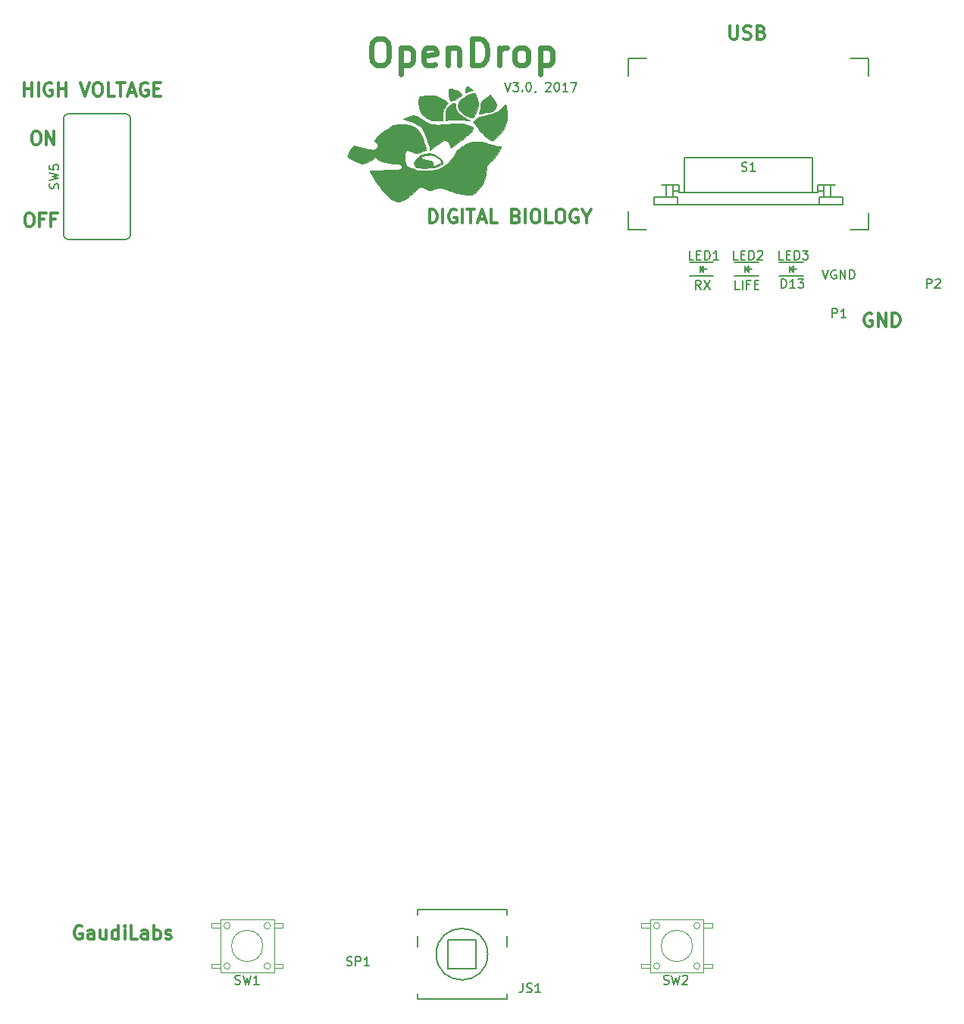
<source format=gbr>
%TF.GenerationSoftware,KiCad,Pcbnew,no-vcs-found-9b4eddb~60~ubuntu16.04.1*%
%TF.CreationDate,2017-11-10T14:06:11+01:00*%
%TF.ProjectId,OpenDropV3,4F70656E44726F7056332E6B69636164,rev?*%
%TF.SameCoordinates,Original*%
%TF.FileFunction,Legend,Top*%
%TF.FilePolarity,Positive*%
%FSLAX46Y46*%
G04 Gerber Fmt 4.6, Leading zero omitted, Abs format (unit mm)*
G04 Created by KiCad (PCBNEW no-vcs-found-9b4eddb~60~ubuntu16.04.1) date Fri Nov 10 14:06:11 2017*
%MOMM*%
%LPD*%
G01*
G04 APERTURE LIST*
%ADD10C,0.200000*%
%ADD11C,0.300000*%
%ADD12C,0.600000*%
%ADD13C,0.010000*%
%ADD14C,0.150000*%
%ADD15C,0.050000*%
G04 APERTURE END LIST*
D10*
X140255857Y-60498380D02*
X140589190Y-61498380D01*
X140922523Y-60498380D01*
X141779666Y-60546000D02*
X141684428Y-60498380D01*
X141541571Y-60498380D01*
X141398714Y-60546000D01*
X141303476Y-60641238D01*
X141255857Y-60736476D01*
X141208238Y-60926952D01*
X141208238Y-61069809D01*
X141255857Y-61260285D01*
X141303476Y-61355523D01*
X141398714Y-61450761D01*
X141541571Y-61498380D01*
X141636809Y-61498380D01*
X141779666Y-61450761D01*
X141827285Y-61403142D01*
X141827285Y-61069809D01*
X141636809Y-61069809D01*
X142255857Y-61498380D02*
X142255857Y-60498380D01*
X142827285Y-61498380D01*
X142827285Y-60498380D01*
X143303476Y-61498380D02*
X143303476Y-60498380D01*
X143541571Y-60498380D01*
X143684428Y-60546000D01*
X143779666Y-60641238D01*
X143827285Y-60736476D01*
X143874904Y-60926952D01*
X143874904Y-61069809D01*
X143827285Y-61260285D01*
X143779666Y-61355523D01*
X143684428Y-61450761D01*
X143541571Y-61498380D01*
X143303476Y-61498380D01*
X135691714Y-62514380D02*
X135691714Y-61514380D01*
X135929809Y-61514380D01*
X136072666Y-61562000D01*
X136167904Y-61657238D01*
X136215523Y-61752476D01*
X136263142Y-61942952D01*
X136263142Y-62085809D01*
X136215523Y-62276285D01*
X136167904Y-62371523D01*
X136072666Y-62466761D01*
X135929809Y-62514380D01*
X135691714Y-62514380D01*
X137215523Y-62514380D02*
X136644095Y-62514380D01*
X136929809Y-62514380D02*
X136929809Y-61514380D01*
X136834571Y-61657238D01*
X136739333Y-61752476D01*
X136644095Y-61800095D01*
X137548857Y-61514380D02*
X138167904Y-61514380D01*
X137834571Y-61895333D01*
X137977428Y-61895333D01*
X138072666Y-61942952D01*
X138120285Y-61990571D01*
X138167904Y-62085809D01*
X138167904Y-62323904D01*
X138120285Y-62419142D01*
X138072666Y-62466761D01*
X137977428Y-62514380D01*
X137691714Y-62514380D01*
X137596476Y-62466761D01*
X137548857Y-62419142D01*
X131016476Y-62641380D02*
X130540285Y-62641380D01*
X130540285Y-61641380D01*
X131349809Y-62641380D02*
X131349809Y-61641380D01*
X132159333Y-62117571D02*
X131826000Y-62117571D01*
X131826000Y-62641380D02*
X131826000Y-61641380D01*
X132302190Y-61641380D01*
X132683142Y-62117571D02*
X133016476Y-62117571D01*
X133159333Y-62641380D02*
X132683142Y-62641380D01*
X132683142Y-61641380D01*
X133159333Y-61641380D01*
D11*
X129933142Y-33214571D02*
X129933142Y-34428857D01*
X130004571Y-34571714D01*
X130076000Y-34643142D01*
X130218857Y-34714571D01*
X130504571Y-34714571D01*
X130647428Y-34643142D01*
X130718857Y-34571714D01*
X130790285Y-34428857D01*
X130790285Y-33214571D01*
X131433142Y-34643142D02*
X131647428Y-34714571D01*
X132004571Y-34714571D01*
X132147428Y-34643142D01*
X132218857Y-34571714D01*
X132290285Y-34428857D01*
X132290285Y-34286000D01*
X132218857Y-34143142D01*
X132147428Y-34071714D01*
X132004571Y-34000285D01*
X131718857Y-33928857D01*
X131576000Y-33857428D01*
X131504571Y-33786000D01*
X131433142Y-33643142D01*
X131433142Y-33500285D01*
X131504571Y-33357428D01*
X131576000Y-33286000D01*
X131718857Y-33214571D01*
X132076000Y-33214571D01*
X132290285Y-33286000D01*
X133433142Y-33928857D02*
X133647428Y-34000285D01*
X133718857Y-34071714D01*
X133790285Y-34214571D01*
X133790285Y-34428857D01*
X133718857Y-34571714D01*
X133647428Y-34643142D01*
X133504571Y-34714571D01*
X132933142Y-34714571D01*
X132933142Y-33214571D01*
X133433142Y-33214571D01*
X133576000Y-33286000D01*
X133647428Y-33357428D01*
X133718857Y-33500285D01*
X133718857Y-33643142D01*
X133647428Y-33786000D01*
X133576000Y-33857428D01*
X133433142Y-33928857D01*
X132933142Y-33928857D01*
X57531571Y-133829000D02*
X57388714Y-133757571D01*
X57174428Y-133757571D01*
X56960142Y-133829000D01*
X56817285Y-133971857D01*
X56745857Y-134114714D01*
X56674428Y-134400428D01*
X56674428Y-134614714D01*
X56745857Y-134900428D01*
X56817285Y-135043285D01*
X56960142Y-135186142D01*
X57174428Y-135257571D01*
X57317285Y-135257571D01*
X57531571Y-135186142D01*
X57603000Y-135114714D01*
X57603000Y-134614714D01*
X57317285Y-134614714D01*
X58888714Y-135257571D02*
X58888714Y-134471857D01*
X58817285Y-134329000D01*
X58674428Y-134257571D01*
X58388714Y-134257571D01*
X58245857Y-134329000D01*
X58888714Y-135186142D02*
X58745857Y-135257571D01*
X58388714Y-135257571D01*
X58245857Y-135186142D01*
X58174428Y-135043285D01*
X58174428Y-134900428D01*
X58245857Y-134757571D01*
X58388714Y-134686142D01*
X58745857Y-134686142D01*
X58888714Y-134614714D01*
X60245857Y-134257571D02*
X60245857Y-135257571D01*
X59603000Y-134257571D02*
X59603000Y-135043285D01*
X59674428Y-135186142D01*
X59817285Y-135257571D01*
X60031571Y-135257571D01*
X60174428Y-135186142D01*
X60245857Y-135114714D01*
X61603000Y-135257571D02*
X61603000Y-133757571D01*
X61603000Y-135186142D02*
X61460142Y-135257571D01*
X61174428Y-135257571D01*
X61031571Y-135186142D01*
X60960142Y-135114714D01*
X60888714Y-134971857D01*
X60888714Y-134543285D01*
X60960142Y-134400428D01*
X61031571Y-134329000D01*
X61174428Y-134257571D01*
X61460142Y-134257571D01*
X61603000Y-134329000D01*
X62317285Y-135257571D02*
X62317285Y-134257571D01*
X62317285Y-133757571D02*
X62245857Y-133829000D01*
X62317285Y-133900428D01*
X62388714Y-133829000D01*
X62317285Y-133757571D01*
X62317285Y-133900428D01*
X63745857Y-135257571D02*
X63031571Y-135257571D01*
X63031571Y-133757571D01*
X64888714Y-135257571D02*
X64888714Y-134471857D01*
X64817285Y-134329000D01*
X64674428Y-134257571D01*
X64388714Y-134257571D01*
X64245857Y-134329000D01*
X64888714Y-135186142D02*
X64745857Y-135257571D01*
X64388714Y-135257571D01*
X64245857Y-135186142D01*
X64174428Y-135043285D01*
X64174428Y-134900428D01*
X64245857Y-134757571D01*
X64388714Y-134686142D01*
X64745857Y-134686142D01*
X64888714Y-134614714D01*
X65603000Y-135257571D02*
X65603000Y-133757571D01*
X65603000Y-134329000D02*
X65745857Y-134257571D01*
X66031571Y-134257571D01*
X66174428Y-134329000D01*
X66245857Y-134400428D01*
X66317285Y-134543285D01*
X66317285Y-134971857D01*
X66245857Y-135114714D01*
X66174428Y-135186142D01*
X66031571Y-135257571D01*
X65745857Y-135257571D01*
X65603000Y-135186142D01*
X66888714Y-135186142D02*
X67031571Y-135257571D01*
X67317285Y-135257571D01*
X67460142Y-135186142D01*
X67531571Y-135043285D01*
X67531571Y-134971857D01*
X67460142Y-134829000D01*
X67317285Y-134757571D01*
X67103000Y-134757571D01*
X66960142Y-134686142D01*
X66888714Y-134543285D01*
X66888714Y-134471857D01*
X66960142Y-134329000D01*
X67103000Y-134257571D01*
X67317285Y-134257571D01*
X67460142Y-134329000D01*
D10*
X104791380Y-39543380D02*
X105124714Y-40543380D01*
X105458047Y-39543380D01*
X105696142Y-39543380D02*
X106315190Y-39543380D01*
X105981857Y-39924333D01*
X106124714Y-39924333D01*
X106219952Y-39971952D01*
X106267571Y-40019571D01*
X106315190Y-40114809D01*
X106315190Y-40352904D01*
X106267571Y-40448142D01*
X106219952Y-40495761D01*
X106124714Y-40543380D01*
X105839000Y-40543380D01*
X105743761Y-40495761D01*
X105696142Y-40448142D01*
X106743761Y-40448142D02*
X106791380Y-40495761D01*
X106743761Y-40543380D01*
X106696142Y-40495761D01*
X106743761Y-40448142D01*
X106743761Y-40543380D01*
X107410428Y-39543380D02*
X107505666Y-39543380D01*
X107600904Y-39591000D01*
X107648523Y-39638619D01*
X107696142Y-39733857D01*
X107743761Y-39924333D01*
X107743761Y-40162428D01*
X107696142Y-40352904D01*
X107648523Y-40448142D01*
X107600904Y-40495761D01*
X107505666Y-40543380D01*
X107410428Y-40543380D01*
X107315190Y-40495761D01*
X107267571Y-40448142D01*
X107219952Y-40352904D01*
X107172333Y-40162428D01*
X107172333Y-39924333D01*
X107219952Y-39733857D01*
X107267571Y-39638619D01*
X107315190Y-39591000D01*
X107410428Y-39543380D01*
X108219952Y-40495761D02*
X108219952Y-40543380D01*
X108172333Y-40638619D01*
X108124714Y-40686238D01*
X109362809Y-39638619D02*
X109410428Y-39591000D01*
X109505666Y-39543380D01*
X109743761Y-39543380D01*
X109839000Y-39591000D01*
X109886619Y-39638619D01*
X109934238Y-39733857D01*
X109934238Y-39829095D01*
X109886619Y-39971952D01*
X109315190Y-40543380D01*
X109934238Y-40543380D01*
X110553285Y-39543380D02*
X110648523Y-39543380D01*
X110743761Y-39591000D01*
X110791380Y-39638619D01*
X110839000Y-39733857D01*
X110886619Y-39924333D01*
X110886619Y-40162428D01*
X110839000Y-40352904D01*
X110791380Y-40448142D01*
X110743761Y-40495761D01*
X110648523Y-40543380D01*
X110553285Y-40543380D01*
X110458047Y-40495761D01*
X110410428Y-40448142D01*
X110362809Y-40352904D01*
X110315190Y-40162428D01*
X110315190Y-39924333D01*
X110362809Y-39733857D01*
X110410428Y-39638619D01*
X110458047Y-39591000D01*
X110553285Y-39543380D01*
X111839000Y-40543380D02*
X111267571Y-40543380D01*
X111553285Y-40543380D02*
X111553285Y-39543380D01*
X111458047Y-39686238D01*
X111362809Y-39781476D01*
X111267571Y-39829095D01*
X112172333Y-39543380D02*
X112839000Y-39543380D01*
X112410428Y-40543380D01*
D11*
X145796142Y-65376000D02*
X145653285Y-65304571D01*
X145439000Y-65304571D01*
X145224714Y-65376000D01*
X145081857Y-65518857D01*
X145010428Y-65661714D01*
X144939000Y-65947428D01*
X144939000Y-66161714D01*
X145010428Y-66447428D01*
X145081857Y-66590285D01*
X145224714Y-66733142D01*
X145439000Y-66804571D01*
X145581857Y-66804571D01*
X145796142Y-66733142D01*
X145867571Y-66661714D01*
X145867571Y-66161714D01*
X145581857Y-66161714D01*
X146510428Y-66804571D02*
X146510428Y-65304571D01*
X147367571Y-66804571D01*
X147367571Y-65304571D01*
X148081857Y-66804571D02*
X148081857Y-65304571D01*
X148439000Y-65304571D01*
X148653285Y-65376000D01*
X148796142Y-65518857D01*
X148867571Y-65661714D01*
X148939000Y-65947428D01*
X148939000Y-66161714D01*
X148867571Y-66447428D01*
X148796142Y-66590285D01*
X148653285Y-66733142D01*
X148439000Y-66804571D01*
X148081857Y-66804571D01*
D10*
X126706333Y-62641380D02*
X126373000Y-62165190D01*
X126134904Y-62641380D02*
X126134904Y-61641380D01*
X126515857Y-61641380D01*
X126611095Y-61689000D01*
X126658714Y-61736619D01*
X126706333Y-61831857D01*
X126706333Y-61974714D01*
X126658714Y-62069952D01*
X126611095Y-62117571D01*
X126515857Y-62165190D01*
X126134904Y-62165190D01*
X127039666Y-61641380D02*
X127706333Y-62641380D01*
X127706333Y-61641380D02*
X127039666Y-62641380D01*
D11*
X51530428Y-54128571D02*
X51816142Y-54128571D01*
X51959000Y-54200000D01*
X52101857Y-54342857D01*
X52173285Y-54628571D01*
X52173285Y-55128571D01*
X52101857Y-55414285D01*
X51959000Y-55557142D01*
X51816142Y-55628571D01*
X51530428Y-55628571D01*
X51387571Y-55557142D01*
X51244714Y-55414285D01*
X51173285Y-55128571D01*
X51173285Y-54628571D01*
X51244714Y-54342857D01*
X51387571Y-54200000D01*
X51530428Y-54128571D01*
X53316142Y-54842857D02*
X52816142Y-54842857D01*
X52816142Y-55628571D02*
X52816142Y-54128571D01*
X53530428Y-54128571D01*
X54601857Y-54842857D02*
X54101857Y-54842857D01*
X54101857Y-55628571D02*
X54101857Y-54128571D01*
X54816142Y-54128571D01*
X52284428Y-44984571D02*
X52570142Y-44984571D01*
X52713000Y-45056000D01*
X52855857Y-45198857D01*
X52927285Y-45484571D01*
X52927285Y-45984571D01*
X52855857Y-46270285D01*
X52713000Y-46413142D01*
X52570142Y-46484571D01*
X52284428Y-46484571D01*
X52141571Y-46413142D01*
X51998714Y-46270285D01*
X51927285Y-45984571D01*
X51927285Y-45484571D01*
X51998714Y-45198857D01*
X52141571Y-45056000D01*
X52284428Y-44984571D01*
X53570142Y-46484571D02*
X53570142Y-44984571D01*
X54427285Y-46484571D01*
X54427285Y-44984571D01*
X51102571Y-41064571D02*
X51102571Y-39564571D01*
X51102571Y-40278857D02*
X51959714Y-40278857D01*
X51959714Y-41064571D02*
X51959714Y-39564571D01*
X52674000Y-41064571D02*
X52674000Y-39564571D01*
X54174000Y-39636000D02*
X54031142Y-39564571D01*
X53816857Y-39564571D01*
X53602571Y-39636000D01*
X53459714Y-39778857D01*
X53388285Y-39921714D01*
X53316857Y-40207428D01*
X53316857Y-40421714D01*
X53388285Y-40707428D01*
X53459714Y-40850285D01*
X53602571Y-40993142D01*
X53816857Y-41064571D01*
X53959714Y-41064571D01*
X54174000Y-40993142D01*
X54245428Y-40921714D01*
X54245428Y-40421714D01*
X53959714Y-40421714D01*
X54888285Y-41064571D02*
X54888285Y-39564571D01*
X54888285Y-40278857D02*
X55745428Y-40278857D01*
X55745428Y-41064571D02*
X55745428Y-39564571D01*
X57388285Y-39564571D02*
X57888285Y-41064571D01*
X58388285Y-39564571D01*
X59174000Y-39564571D02*
X59459714Y-39564571D01*
X59602571Y-39636000D01*
X59745428Y-39778857D01*
X59816857Y-40064571D01*
X59816857Y-40564571D01*
X59745428Y-40850285D01*
X59602571Y-40993142D01*
X59459714Y-41064571D01*
X59174000Y-41064571D01*
X59031142Y-40993142D01*
X58888285Y-40850285D01*
X58816857Y-40564571D01*
X58816857Y-40064571D01*
X58888285Y-39778857D01*
X59031142Y-39636000D01*
X59174000Y-39564571D01*
X61174000Y-41064571D02*
X60459714Y-41064571D01*
X60459714Y-39564571D01*
X61459714Y-39564571D02*
X62316857Y-39564571D01*
X61888285Y-41064571D02*
X61888285Y-39564571D01*
X62745428Y-40636000D02*
X63459714Y-40636000D01*
X62602571Y-41064571D02*
X63102571Y-39564571D01*
X63602571Y-41064571D01*
X64888285Y-39636000D02*
X64745428Y-39564571D01*
X64531142Y-39564571D01*
X64316857Y-39636000D01*
X64174000Y-39778857D01*
X64102571Y-39921714D01*
X64031142Y-40207428D01*
X64031142Y-40421714D01*
X64102571Y-40707428D01*
X64174000Y-40850285D01*
X64316857Y-40993142D01*
X64531142Y-41064571D01*
X64674000Y-41064571D01*
X64888285Y-40993142D01*
X64959714Y-40921714D01*
X64959714Y-40421714D01*
X64674000Y-40421714D01*
X65602571Y-40278857D02*
X66102571Y-40278857D01*
X66316857Y-41064571D02*
X65602571Y-41064571D01*
X65602571Y-39564571D01*
X66316857Y-39564571D01*
D12*
X90571428Y-34638142D02*
X91142857Y-34638142D01*
X91428571Y-34781000D01*
X91714285Y-35066714D01*
X91857142Y-35638142D01*
X91857142Y-36638142D01*
X91714285Y-37209571D01*
X91428571Y-37495285D01*
X91142857Y-37638142D01*
X90571428Y-37638142D01*
X90285714Y-37495285D01*
X90000000Y-37209571D01*
X89857142Y-36638142D01*
X89857142Y-35638142D01*
X90000000Y-35066714D01*
X90285714Y-34781000D01*
X90571428Y-34638142D01*
X93142857Y-35638142D02*
X93142857Y-38638142D01*
X93142857Y-35781000D02*
X93428571Y-35638142D01*
X94000000Y-35638142D01*
X94285714Y-35781000D01*
X94428571Y-35923857D01*
X94571428Y-36209571D01*
X94571428Y-37066714D01*
X94428571Y-37352428D01*
X94285714Y-37495285D01*
X94000000Y-37638142D01*
X93428571Y-37638142D01*
X93142857Y-37495285D01*
X97000000Y-37495285D02*
X96714285Y-37638142D01*
X96142857Y-37638142D01*
X95857142Y-37495285D01*
X95714285Y-37209571D01*
X95714285Y-36066714D01*
X95857142Y-35781000D01*
X96142857Y-35638142D01*
X96714285Y-35638142D01*
X97000000Y-35781000D01*
X97142857Y-36066714D01*
X97142857Y-36352428D01*
X95714285Y-36638142D01*
X98428571Y-35638142D02*
X98428571Y-37638142D01*
X98428571Y-35923857D02*
X98571428Y-35781000D01*
X98857142Y-35638142D01*
X99285714Y-35638142D01*
X99571428Y-35781000D01*
X99714285Y-36066714D01*
X99714285Y-37638142D01*
X101142857Y-37638142D02*
X101142857Y-34638142D01*
X101857142Y-34638142D01*
X102285714Y-34781000D01*
X102571428Y-35066714D01*
X102714285Y-35352428D01*
X102857142Y-35923857D01*
X102857142Y-36352428D01*
X102714285Y-36923857D01*
X102571428Y-37209571D01*
X102285714Y-37495285D01*
X101857142Y-37638142D01*
X101142857Y-37638142D01*
X104142857Y-37638142D02*
X104142857Y-35638142D01*
X104142857Y-36209571D02*
X104285714Y-35923857D01*
X104428571Y-35781000D01*
X104714285Y-35638142D01*
X105000000Y-35638142D01*
X106428571Y-37638142D02*
X106142857Y-37495285D01*
X106000000Y-37352428D01*
X105857142Y-37066714D01*
X105857142Y-36209571D01*
X106000000Y-35923857D01*
X106142857Y-35781000D01*
X106428571Y-35638142D01*
X106857142Y-35638142D01*
X107142857Y-35781000D01*
X107285714Y-35923857D01*
X107428571Y-36209571D01*
X107428571Y-37066714D01*
X107285714Y-37352428D01*
X107142857Y-37495285D01*
X106857142Y-37638142D01*
X106428571Y-37638142D01*
X108714285Y-35638142D02*
X108714285Y-38638142D01*
X108714285Y-35781000D02*
X109000000Y-35638142D01*
X109571428Y-35638142D01*
X109857142Y-35781000D01*
X110000000Y-35923857D01*
X110142857Y-36209571D01*
X110142857Y-37066714D01*
X110000000Y-37352428D01*
X109857142Y-37495285D01*
X109571428Y-37638142D01*
X109000000Y-37638142D01*
X108714285Y-37495285D01*
D11*
X96354428Y-55247571D02*
X96354428Y-53747571D01*
X96711571Y-53747571D01*
X96925857Y-53819000D01*
X97068714Y-53961857D01*
X97140142Y-54104714D01*
X97211571Y-54390428D01*
X97211571Y-54604714D01*
X97140142Y-54890428D01*
X97068714Y-55033285D01*
X96925857Y-55176142D01*
X96711571Y-55247571D01*
X96354428Y-55247571D01*
X97854428Y-55247571D02*
X97854428Y-53747571D01*
X99354428Y-53819000D02*
X99211571Y-53747571D01*
X98997285Y-53747571D01*
X98783000Y-53819000D01*
X98640142Y-53961857D01*
X98568714Y-54104714D01*
X98497285Y-54390428D01*
X98497285Y-54604714D01*
X98568714Y-54890428D01*
X98640142Y-55033285D01*
X98783000Y-55176142D01*
X98997285Y-55247571D01*
X99140142Y-55247571D01*
X99354428Y-55176142D01*
X99425857Y-55104714D01*
X99425857Y-54604714D01*
X99140142Y-54604714D01*
X100068714Y-55247571D02*
X100068714Y-53747571D01*
X100568714Y-53747571D02*
X101425857Y-53747571D01*
X100997285Y-55247571D02*
X100997285Y-53747571D01*
X101854428Y-54819000D02*
X102568714Y-54819000D01*
X101711571Y-55247571D02*
X102211571Y-53747571D01*
X102711571Y-55247571D01*
X103925857Y-55247571D02*
X103211571Y-55247571D01*
X103211571Y-53747571D01*
X106068714Y-54461857D02*
X106283000Y-54533285D01*
X106354428Y-54604714D01*
X106425857Y-54747571D01*
X106425857Y-54961857D01*
X106354428Y-55104714D01*
X106283000Y-55176142D01*
X106140142Y-55247571D01*
X105568714Y-55247571D01*
X105568714Y-53747571D01*
X106068714Y-53747571D01*
X106211571Y-53819000D01*
X106283000Y-53890428D01*
X106354428Y-54033285D01*
X106354428Y-54176142D01*
X106283000Y-54319000D01*
X106211571Y-54390428D01*
X106068714Y-54461857D01*
X105568714Y-54461857D01*
X107068714Y-55247571D02*
X107068714Y-53747571D01*
X108068714Y-53747571D02*
X108354428Y-53747571D01*
X108497285Y-53819000D01*
X108640142Y-53961857D01*
X108711571Y-54247571D01*
X108711571Y-54747571D01*
X108640142Y-55033285D01*
X108497285Y-55176142D01*
X108354428Y-55247571D01*
X108068714Y-55247571D01*
X107925857Y-55176142D01*
X107783000Y-55033285D01*
X107711571Y-54747571D01*
X107711571Y-54247571D01*
X107783000Y-53961857D01*
X107925857Y-53819000D01*
X108068714Y-53747571D01*
X110068714Y-55247571D02*
X109354428Y-55247571D01*
X109354428Y-53747571D01*
X110854428Y-53747571D02*
X111140142Y-53747571D01*
X111283000Y-53819000D01*
X111425857Y-53961857D01*
X111497285Y-54247571D01*
X111497285Y-54747571D01*
X111425857Y-55033285D01*
X111283000Y-55176142D01*
X111140142Y-55247571D01*
X110854428Y-55247571D01*
X110711571Y-55176142D01*
X110568714Y-55033285D01*
X110497285Y-54747571D01*
X110497285Y-54247571D01*
X110568714Y-53961857D01*
X110711571Y-53819000D01*
X110854428Y-53747571D01*
X112925857Y-53819000D02*
X112783000Y-53747571D01*
X112568714Y-53747571D01*
X112354428Y-53819000D01*
X112211571Y-53961857D01*
X112140142Y-54104714D01*
X112068714Y-54390428D01*
X112068714Y-54604714D01*
X112140142Y-54890428D01*
X112211571Y-55033285D01*
X112354428Y-55176142D01*
X112568714Y-55247571D01*
X112711571Y-55247571D01*
X112925857Y-55176142D01*
X112997285Y-55104714D01*
X112997285Y-54604714D01*
X112711571Y-54604714D01*
X113925857Y-54533285D02*
X113925857Y-55247571D01*
X113425857Y-53747571D02*
X113925857Y-54533285D01*
X114425857Y-53747571D01*
D13*
%TO.C,G\002A\002A\002A*%
G36*
X100639585Y-40006138D02*
X100788163Y-40086581D01*
X100923026Y-40175785D01*
X101223906Y-40389703D01*
X100820101Y-40526101D01*
X100609382Y-40595253D01*
X100448386Y-40644331D01*
X100373148Y-40662500D01*
X100342111Y-40607636D01*
X100330936Y-40487875D01*
X100359982Y-40301548D01*
X100430541Y-40123704D01*
X100520543Y-40003893D01*
X100555448Y-39983823D01*
X100639585Y-40006138D01*
X100639585Y-40006138D01*
G37*
X100639585Y-40006138D02*
X100788163Y-40086581D01*
X100923026Y-40175785D01*
X101223906Y-40389703D01*
X100820101Y-40526101D01*
X100609382Y-40595253D01*
X100448386Y-40644331D01*
X100373148Y-40662500D01*
X100342111Y-40607636D01*
X100330936Y-40487875D01*
X100359982Y-40301548D01*
X100430541Y-40123704D01*
X100520543Y-40003893D01*
X100555448Y-39983823D01*
X100639585Y-40006138D01*
G36*
X98821389Y-40257366D02*
X99036131Y-40307818D01*
X99260880Y-40375955D01*
X99459304Y-40452887D01*
X99504500Y-40474441D01*
X99698810Y-40596271D01*
X99870018Y-40740370D01*
X99879730Y-40750544D01*
X100032710Y-40914448D01*
X99725997Y-41185349D01*
X99462143Y-41383071D01*
X99221889Y-41482459D01*
X99160266Y-41494134D01*
X98968617Y-41529388D01*
X98819104Y-41569155D01*
X98796486Y-41577862D01*
X98717479Y-41580423D01*
X98652708Y-41492440D01*
X98610167Y-41381227D01*
X98572210Y-41212582D01*
X98544851Y-40985891D01*
X98529496Y-40738375D01*
X98527552Y-40507255D01*
X98540424Y-40329751D01*
X98567248Y-40245084D01*
X98652984Y-40233491D01*
X98821389Y-40257366D01*
X98821389Y-40257366D01*
G37*
X98821389Y-40257366D02*
X99036131Y-40307818D01*
X99260880Y-40375955D01*
X99459304Y-40452887D01*
X99504500Y-40474441D01*
X99698810Y-40596271D01*
X99870018Y-40740370D01*
X99879730Y-40750544D01*
X100032710Y-40914448D01*
X99725997Y-41185349D01*
X99462143Y-41383071D01*
X99221889Y-41482459D01*
X99160266Y-41494134D01*
X98968617Y-41529388D01*
X98819104Y-41569155D01*
X98796486Y-41577862D01*
X98717479Y-41580423D01*
X98652708Y-41492440D01*
X98610167Y-41381227D01*
X98572210Y-41212582D01*
X98544851Y-40985891D01*
X98529496Y-40738375D01*
X98527552Y-40507255D01*
X98540424Y-40329751D01*
X98567248Y-40245084D01*
X98652984Y-40233491D01*
X98821389Y-40257366D01*
G36*
X103359911Y-41139358D02*
X103618027Y-41477048D01*
X103766620Y-41778423D01*
X103810975Y-42061468D01*
X103756377Y-42344168D01*
X103732252Y-42406572D01*
X103649368Y-42553144D01*
X103525896Y-42666189D01*
X103340696Y-42755686D01*
X103072627Y-42831617D01*
X102700550Y-42903965D01*
X102666567Y-42909743D01*
X102390282Y-42958674D01*
X102153353Y-43004854D01*
X101989264Y-43041549D01*
X101941168Y-43055637D01*
X101865486Y-43067627D01*
X101874335Y-42995543D01*
X101882358Y-42975399D01*
X102037641Y-42498286D01*
X102105722Y-42044920D01*
X102108000Y-41955010D01*
X102113164Y-41756238D01*
X102142521Y-41643529D01*
X102216860Y-41575990D01*
X102326415Y-41525444D01*
X102493276Y-41431479D01*
X102696902Y-41283758D01*
X102842203Y-41160076D01*
X103139576Y-40885967D01*
X103359911Y-41139358D01*
X103359911Y-41139358D01*
G37*
X103359911Y-41139358D02*
X103618027Y-41477048D01*
X103766620Y-41778423D01*
X103810975Y-42061468D01*
X103756377Y-42344168D01*
X103732252Y-42406572D01*
X103649368Y-42553144D01*
X103525896Y-42666189D01*
X103340696Y-42755686D01*
X103072627Y-42831617D01*
X102700550Y-42903965D01*
X102666567Y-42909743D01*
X102390282Y-42958674D01*
X102153353Y-43004854D01*
X101989264Y-43041549D01*
X101941168Y-43055637D01*
X101865486Y-43067627D01*
X101874335Y-42995543D01*
X101882358Y-42975399D01*
X102037641Y-42498286D01*
X102105722Y-42044920D01*
X102108000Y-41955010D01*
X102113164Y-41756238D01*
X102142521Y-41643529D01*
X102216860Y-41575990D01*
X102326415Y-41525444D01*
X102493276Y-41431479D01*
X102696902Y-41283758D01*
X102842203Y-41160076D01*
X103139576Y-40885967D01*
X103359911Y-41139358D01*
G36*
X101437067Y-40757035D02*
X101504143Y-40844775D01*
X101585322Y-41023455D01*
X101586817Y-41026930D01*
X101740238Y-41447729D01*
X101808471Y-41811992D01*
X101796969Y-42152142D01*
X101786596Y-42214698D01*
X101730431Y-42424952D01*
X101638502Y-42673579D01*
X101524820Y-42932007D01*
X101403395Y-43171666D01*
X101288238Y-43363985D01*
X101193361Y-43480394D01*
X101155500Y-43501632D01*
X101039977Y-43487227D01*
X100866701Y-43434989D01*
X100806250Y-43411800D01*
X100525236Y-43274961D01*
X100227690Y-43093706D01*
X99956072Y-42896684D01*
X99752843Y-42712545D01*
X99727767Y-42684128D01*
X99600373Y-42440970D01*
X99565647Y-42151002D01*
X99624816Y-41855547D01*
X99698685Y-41704287D01*
X99901748Y-41460444D01*
X100192519Y-41219444D01*
X100533441Y-41005039D01*
X100886953Y-40840980D01*
X101203169Y-40752916D01*
X101348580Y-40734870D01*
X101437067Y-40757035D01*
X101437067Y-40757035D01*
G37*
X101437067Y-40757035D02*
X101504143Y-40844775D01*
X101585322Y-41023455D01*
X101586817Y-41026930D01*
X101740238Y-41447729D01*
X101808471Y-41811992D01*
X101796969Y-42152142D01*
X101786596Y-42214698D01*
X101730431Y-42424952D01*
X101638502Y-42673579D01*
X101524820Y-42932007D01*
X101403395Y-43171666D01*
X101288238Y-43363985D01*
X101193361Y-43480394D01*
X101155500Y-43501632D01*
X101039977Y-43487227D01*
X100866701Y-43434989D01*
X100806250Y-43411800D01*
X100525236Y-43274961D01*
X100227690Y-43093706D01*
X99956072Y-42896684D01*
X99752843Y-42712545D01*
X99727767Y-42684128D01*
X99600373Y-42440970D01*
X99565647Y-42151002D01*
X99624816Y-41855547D01*
X99698685Y-41704287D01*
X99901748Y-41460444D01*
X100192519Y-41219444D01*
X100533441Y-41005039D01*
X100886953Y-40840980D01*
X101203169Y-40752916D01*
X101348580Y-40734870D01*
X101437067Y-40757035D01*
G36*
X99212427Y-41847023D02*
X99245272Y-41972603D01*
X99250500Y-42125529D01*
X99294907Y-42477074D01*
X99433717Y-42788999D01*
X99675316Y-43071404D01*
X100028088Y-43334388D01*
X100441125Y-43559699D01*
X100709297Y-43694580D01*
X100860230Y-43783474D01*
X100894349Y-43828190D01*
X100812077Y-43830538D01*
X100613839Y-43792325D01*
X100488750Y-43762827D01*
X100266543Y-43727883D01*
X99954865Y-43703960D01*
X99590818Y-43691685D01*
X99211506Y-43691685D01*
X98854031Y-43704590D01*
X98561613Y-43730236D01*
X98158477Y-43781723D01*
X98180613Y-43179115D01*
X98203221Y-42831614D01*
X98252515Y-42577336D01*
X98345363Y-42382884D01*
X98498632Y-42214859D01*
X98729189Y-42039867D01*
X98770121Y-42011875D01*
X98992359Y-41870801D01*
X99133959Y-41814470D01*
X99212427Y-41847023D01*
X99212427Y-41847023D01*
G37*
X99212427Y-41847023D02*
X99245272Y-41972603D01*
X99250500Y-42125529D01*
X99294907Y-42477074D01*
X99433717Y-42788999D01*
X99675316Y-43071404D01*
X100028088Y-43334388D01*
X100441125Y-43559699D01*
X100709297Y-43694580D01*
X100860230Y-43783474D01*
X100894349Y-43828190D01*
X100812077Y-43830538D01*
X100613839Y-43792325D01*
X100488750Y-43762827D01*
X100266543Y-43727883D01*
X99954865Y-43703960D01*
X99590818Y-43691685D01*
X99211506Y-43691685D01*
X98854031Y-43704590D01*
X98561613Y-43730236D01*
X98158477Y-43781723D01*
X98180613Y-43179115D01*
X98203221Y-42831614D01*
X98252515Y-42577336D01*
X98345363Y-42382884D01*
X98498632Y-42214859D01*
X98729189Y-42039867D01*
X98770121Y-42011875D01*
X98992359Y-41870801D01*
X99133959Y-41814470D01*
X99212427Y-41847023D01*
G36*
X96430152Y-40996634D02*
X96750822Y-41014199D01*
X96989213Y-41043668D01*
X97190021Y-41094484D01*
X97397941Y-41176091D01*
X97499948Y-41222665D01*
X97755634Y-41353779D01*
X98002963Y-41499471D01*
X98177397Y-41620066D01*
X98425453Y-41816531D01*
X98205112Y-42073950D01*
X97962293Y-42445561D01*
X97828083Y-42870776D01*
X97799193Y-43360376D01*
X97801084Y-43398306D01*
X97825901Y-43837500D01*
X97347575Y-43831121D01*
X97074489Y-43820227D01*
X96817163Y-43797777D01*
X96631024Y-43768616D01*
X96630138Y-43768408D01*
X96222644Y-43622313D01*
X95857214Y-43395991D01*
X95558154Y-43110232D01*
X95349768Y-42785828D01*
X95288623Y-42620846D01*
X95202410Y-42239373D01*
X95154804Y-41864662D01*
X95149609Y-41537877D01*
X95172440Y-41363167D01*
X95221326Y-41219485D01*
X95310818Y-41132361D01*
X95481055Y-41065010D01*
X95506159Y-41057312D01*
X95793030Y-41006413D01*
X96196267Y-40991160D01*
X96430152Y-40996634D01*
X96430152Y-40996634D01*
G37*
X96430152Y-40996634D02*
X96750822Y-41014199D01*
X96989213Y-41043668D01*
X97190021Y-41094484D01*
X97397941Y-41176091D01*
X97499948Y-41222665D01*
X97755634Y-41353779D01*
X98002963Y-41499471D01*
X98177397Y-41620066D01*
X98425453Y-41816531D01*
X98205112Y-42073950D01*
X97962293Y-42445561D01*
X97828083Y-42870776D01*
X97799193Y-43360376D01*
X97801084Y-43398306D01*
X97825901Y-43837500D01*
X97347575Y-43831121D01*
X97074489Y-43820227D01*
X96817163Y-43797777D01*
X96631024Y-43768616D01*
X96630138Y-43768408D01*
X96222644Y-43622313D01*
X95857214Y-43395991D01*
X95558154Y-43110232D01*
X95349768Y-42785828D01*
X95288623Y-42620846D01*
X95202410Y-42239373D01*
X95154804Y-41864662D01*
X95149609Y-41537877D01*
X95172440Y-41363167D01*
X95221326Y-41219485D01*
X95310818Y-41132361D01*
X95481055Y-41065010D01*
X95506159Y-41057312D01*
X95793030Y-41006413D01*
X96196267Y-40991160D01*
X96430152Y-40996634D01*
G36*
X104859450Y-42059278D02*
X104899488Y-42114306D01*
X104911141Y-42135164D01*
X104948631Y-42261981D01*
X104982147Y-42482923D01*
X105007419Y-42765117D01*
X105016788Y-42948500D01*
X105008754Y-43527172D01*
X104933519Y-44031179D01*
X104783843Y-44497810D01*
X104666319Y-44753716D01*
X104564072Y-44915862D01*
X104405777Y-45121150D01*
X104211760Y-45348047D01*
X104002348Y-45575019D01*
X103797868Y-45780531D01*
X103618646Y-45943049D01*
X103485010Y-46041040D01*
X103433321Y-46059949D01*
X103327496Y-46033194D01*
X103159656Y-45965526D01*
X103073295Y-45924790D01*
X102840756Y-45775138D01*
X102567510Y-45545177D01*
X102280886Y-45261841D01*
X102008208Y-44952060D01*
X101785446Y-44655558D01*
X101629767Y-44439993D01*
X101473067Y-44244936D01*
X101360198Y-44123541D01*
X101187250Y-43963052D01*
X101377750Y-43804101D01*
X101702301Y-43562198D01*
X102019961Y-43396723D01*
X102379395Y-43286395D01*
X102693065Y-43228905D01*
X103187583Y-43127267D01*
X103604363Y-42972204D01*
X103985475Y-42743173D01*
X104372989Y-42419629D01*
X104397592Y-42396546D01*
X104599678Y-42207568D01*
X104730228Y-42095382D01*
X104809924Y-42049461D01*
X104859450Y-42059278D01*
X104859450Y-42059278D01*
G37*
X104859450Y-42059278D02*
X104899488Y-42114306D01*
X104911141Y-42135164D01*
X104948631Y-42261981D01*
X104982147Y-42482923D01*
X105007419Y-42765117D01*
X105016788Y-42948500D01*
X105008754Y-43527172D01*
X104933519Y-44031179D01*
X104783843Y-44497810D01*
X104666319Y-44753716D01*
X104564072Y-44915862D01*
X104405777Y-45121150D01*
X104211760Y-45348047D01*
X104002348Y-45575019D01*
X103797868Y-45780531D01*
X103618646Y-45943049D01*
X103485010Y-46041040D01*
X103433321Y-46059949D01*
X103327496Y-46033194D01*
X103159656Y-45965526D01*
X103073295Y-45924790D01*
X102840756Y-45775138D01*
X102567510Y-45545177D01*
X102280886Y-45261841D01*
X102008208Y-44952060D01*
X101785446Y-44655558D01*
X101629767Y-44439993D01*
X101473067Y-44244936D01*
X101360198Y-44123541D01*
X101187250Y-43963052D01*
X101377750Y-43804101D01*
X101702301Y-43562198D01*
X102019961Y-43396723D01*
X102379395Y-43286395D01*
X102693065Y-43228905D01*
X103187583Y-43127267D01*
X103604363Y-42972204D01*
X103985475Y-42743173D01*
X104372989Y-42419629D01*
X104397592Y-42396546D01*
X104599678Y-42207568D01*
X104730228Y-42095382D01*
X104809924Y-42049461D01*
X104859450Y-42059278D01*
G36*
X94890765Y-43282199D02*
X95161085Y-43413690D01*
X95209067Y-43447897D01*
X95617142Y-43742860D01*
X95961254Y-43961998D01*
X96271354Y-44114983D01*
X96577389Y-44211488D01*
X96909309Y-44261185D01*
X97297062Y-44273747D01*
X97726500Y-44260928D01*
X98097474Y-44239992D01*
X98484713Y-44211824D01*
X98836858Y-44180470D01*
X99056062Y-44156161D01*
X99573687Y-44119907D01*
X100061854Y-44152889D01*
X100072062Y-44154284D01*
X100359774Y-44210903D01*
X100650847Y-44296577D01*
X100915401Y-44399250D01*
X101123559Y-44506865D01*
X101245441Y-44607367D01*
X101260532Y-44633843D01*
X101241898Y-44760160D01*
X101113444Y-44948619D01*
X100875730Y-45198556D01*
X100529319Y-45509305D01*
X100497208Y-45536535D01*
X100188068Y-45792515D01*
X99872494Y-46044633D01*
X99566505Y-46281077D01*
X99286117Y-46490038D01*
X99047349Y-46659706D01*
X98866218Y-46778270D01*
X98758743Y-46833920D01*
X98737329Y-46834132D01*
X98699261Y-46751026D01*
X98645527Y-46591402D01*
X98619941Y-46504500D01*
X98508440Y-46216581D01*
X98368323Y-46048751D01*
X98203050Y-45996500D01*
X98014185Y-46037375D01*
X97761090Y-46149133D01*
X97471883Y-46315476D01*
X97174680Y-46520104D01*
X96897599Y-46746716D01*
X96877675Y-46764820D01*
X96659021Y-46954080D01*
X96509664Y-47058759D01*
X96436473Y-47074227D01*
X96431401Y-47065638D01*
X96404207Y-46968548D01*
X96353459Y-46782559D01*
X96288360Y-46541475D01*
X96261385Y-46441000D01*
X96088642Y-45852478D01*
X95912375Y-45374008D01*
X95723531Y-44988765D01*
X95513057Y-44679922D01*
X95271902Y-44430651D01*
X95112398Y-44305305D01*
X94812988Y-44107069D01*
X94538553Y-43967235D01*
X94236510Y-43863050D01*
X93903467Y-43782219D01*
X93393799Y-43672576D01*
X93850735Y-43461961D01*
X94254777Y-43306135D01*
X94595058Y-43246281D01*
X94890765Y-43282199D01*
X94890765Y-43282199D01*
G37*
X94890765Y-43282199D02*
X95161085Y-43413690D01*
X95209067Y-43447897D01*
X95617142Y-43742860D01*
X95961254Y-43961998D01*
X96271354Y-44114983D01*
X96577389Y-44211488D01*
X96909309Y-44261185D01*
X97297062Y-44273747D01*
X97726500Y-44260928D01*
X98097474Y-44239992D01*
X98484713Y-44211824D01*
X98836858Y-44180470D01*
X99056062Y-44156161D01*
X99573687Y-44119907D01*
X100061854Y-44152889D01*
X100072062Y-44154284D01*
X100359774Y-44210903D01*
X100650847Y-44296577D01*
X100915401Y-44399250D01*
X101123559Y-44506865D01*
X101245441Y-44607367D01*
X101260532Y-44633843D01*
X101241898Y-44760160D01*
X101113444Y-44948619D01*
X100875730Y-45198556D01*
X100529319Y-45509305D01*
X100497208Y-45536535D01*
X100188068Y-45792515D01*
X99872494Y-46044633D01*
X99566505Y-46281077D01*
X99286117Y-46490038D01*
X99047349Y-46659706D01*
X98866218Y-46778270D01*
X98758743Y-46833920D01*
X98737329Y-46834132D01*
X98699261Y-46751026D01*
X98645527Y-46591402D01*
X98619941Y-46504500D01*
X98508440Y-46216581D01*
X98368323Y-46048751D01*
X98203050Y-45996500D01*
X98014185Y-46037375D01*
X97761090Y-46149133D01*
X97471883Y-46315476D01*
X97174680Y-46520104D01*
X96897599Y-46746716D01*
X96877675Y-46764820D01*
X96659021Y-46954080D01*
X96509664Y-47058759D01*
X96436473Y-47074227D01*
X96431401Y-47065638D01*
X96404207Y-46968548D01*
X96353459Y-46782559D01*
X96288360Y-46541475D01*
X96261385Y-46441000D01*
X96088642Y-45852478D01*
X95912375Y-45374008D01*
X95723531Y-44988765D01*
X95513057Y-44679922D01*
X95271902Y-44430651D01*
X95112398Y-44305305D01*
X94812988Y-44107069D01*
X94538553Y-43967235D01*
X94236510Y-43863050D01*
X93903467Y-43782219D01*
X93393799Y-43672576D01*
X93850735Y-43461961D01*
X94254777Y-43306135D01*
X94595058Y-43246281D01*
X94890765Y-43282199D01*
G36*
X96670631Y-47499539D02*
X96748867Y-47521369D01*
X97064953Y-47654124D01*
X97347006Y-47828187D01*
X97578020Y-48026235D01*
X97740990Y-48230942D01*
X97818910Y-48424983D01*
X97796194Y-48588424D01*
X97653248Y-48741140D01*
X97407662Y-48879289D01*
X97083765Y-48991024D01*
X96871448Y-49038719D01*
X96617809Y-49071089D01*
X96295584Y-49091500D01*
X95940197Y-49099995D01*
X95587074Y-49096618D01*
X95271640Y-49081415D01*
X95029321Y-49054429D01*
X94945865Y-49036307D01*
X94755570Y-48928102D01*
X94659087Y-48752513D01*
X94656541Y-48527899D01*
X94748060Y-48272619D01*
X94933769Y-48005031D01*
X94938759Y-47999322D01*
X95023819Y-47929234D01*
X95478360Y-47929234D01*
X95485062Y-47962942D01*
X95518939Y-48043026D01*
X95587449Y-48100804D01*
X95714937Y-48145625D01*
X95925748Y-48186840D01*
X96159152Y-48221858D01*
X96393726Y-48262953D01*
X96583623Y-48310429D01*
X96688563Y-48354171D01*
X96689716Y-48355101D01*
X96744453Y-48460192D01*
X96772876Y-48631279D01*
X96774000Y-48672485D01*
X96780123Y-48830506D01*
X96815731Y-48891799D01*
X96906681Y-48886581D01*
X96948625Y-48876564D01*
X97135615Y-48819791D01*
X97327334Y-48748459D01*
X97523972Y-48621492D01*
X97642198Y-48452104D01*
X97663000Y-48347142D01*
X97610259Y-48241005D01*
X97469401Y-48101011D01*
X97266467Y-47948947D01*
X97027500Y-47806602D01*
X96999798Y-47792304D01*
X96824336Y-47711466D01*
X96666699Y-47666757D01*
X96481723Y-47651054D01*
X96224246Y-47657230D01*
X96163064Y-47660307D01*
X95832962Y-47689830D01*
X95616815Y-47740919D01*
X95502616Y-47818934D01*
X95478360Y-47929234D01*
X95023819Y-47929234D01*
X95198272Y-47785490D01*
X95540356Y-47618262D01*
X95925870Y-47507970D01*
X96315676Y-47464951D01*
X96670631Y-47499539D01*
X96670631Y-47499539D01*
G37*
X96670631Y-47499539D02*
X96748867Y-47521369D01*
X97064953Y-47654124D01*
X97347006Y-47828187D01*
X97578020Y-48026235D01*
X97740990Y-48230942D01*
X97818910Y-48424983D01*
X97796194Y-48588424D01*
X97653248Y-48741140D01*
X97407662Y-48879289D01*
X97083765Y-48991024D01*
X96871448Y-49038719D01*
X96617809Y-49071089D01*
X96295584Y-49091500D01*
X95940197Y-49099995D01*
X95587074Y-49096618D01*
X95271640Y-49081415D01*
X95029321Y-49054429D01*
X94945865Y-49036307D01*
X94755570Y-48928102D01*
X94659087Y-48752513D01*
X94656541Y-48527899D01*
X94748060Y-48272619D01*
X94933769Y-48005031D01*
X94938759Y-47999322D01*
X95023819Y-47929234D01*
X95478360Y-47929234D01*
X95485062Y-47962942D01*
X95518939Y-48043026D01*
X95587449Y-48100804D01*
X95714937Y-48145625D01*
X95925748Y-48186840D01*
X96159152Y-48221858D01*
X96393726Y-48262953D01*
X96583623Y-48310429D01*
X96688563Y-48354171D01*
X96689716Y-48355101D01*
X96744453Y-48460192D01*
X96772876Y-48631279D01*
X96774000Y-48672485D01*
X96780123Y-48830506D01*
X96815731Y-48891799D01*
X96906681Y-48886581D01*
X96948625Y-48876564D01*
X97135615Y-48819791D01*
X97327334Y-48748459D01*
X97523972Y-48621492D01*
X97642198Y-48452104D01*
X97663000Y-48347142D01*
X97610259Y-48241005D01*
X97469401Y-48101011D01*
X97266467Y-47948947D01*
X97027500Y-47806602D01*
X96999798Y-47792304D01*
X96824336Y-47711466D01*
X96666699Y-47666757D01*
X96481723Y-47651054D01*
X96224246Y-47657230D01*
X96163064Y-47660307D01*
X95832962Y-47689830D01*
X95616815Y-47740919D01*
X95502616Y-47818934D01*
X95478360Y-47929234D01*
X95023819Y-47929234D01*
X95198272Y-47785490D01*
X95540356Y-47618262D01*
X95925870Y-47507970D01*
X96315676Y-47464951D01*
X96670631Y-47499539D01*
G36*
X93661175Y-44205626D02*
X94034988Y-44267416D01*
X94145417Y-44300450D01*
X94579927Y-44493792D01*
X94952121Y-44743344D01*
X95230884Y-45028004D01*
X95243545Y-45045167D01*
X95343292Y-45220036D01*
X95464528Y-45489958D01*
X95596805Y-45827069D01*
X95729670Y-46203504D01*
X95852674Y-46591400D01*
X95939344Y-46900379D01*
X96001213Y-47137509D01*
X95737088Y-47208630D01*
X95504873Y-47284390D01*
X95279193Y-47377635D01*
X95250357Y-47391683D01*
X95145370Y-47441070D01*
X95054714Y-47463628D01*
X94948515Y-47455154D01*
X94796900Y-47411445D01*
X94569994Y-47328298D01*
X94435879Y-47277093D01*
X94139247Y-47169237D01*
X93936578Y-47110832D01*
X93806998Y-47097100D01*
X93738025Y-47117423D01*
X93644894Y-47243034D01*
X93585332Y-47462319D01*
X93560669Y-47746109D01*
X93572237Y-48065237D01*
X93621370Y-48390536D01*
X93671132Y-48582046D01*
X93777211Y-48781970D01*
X93945192Y-48958721D01*
X94135690Y-49077630D01*
X94268666Y-49108000D01*
X94415947Y-49137189D01*
X94610073Y-49210809D01*
X94692419Y-49250875D01*
X94811745Y-49307717D01*
X94933724Y-49347225D01*
X95084147Y-49372489D01*
X95288803Y-49386599D01*
X95573481Y-49392643D01*
X95885000Y-49393750D01*
X96307598Y-49389294D01*
X96631924Y-49374232D01*
X96886450Y-49346021D01*
X97099649Y-49302116D01*
X97186750Y-49277461D01*
X97728216Y-49048606D01*
X98241390Y-48707351D01*
X98710743Y-48267656D01*
X99120747Y-47743477D01*
X99377402Y-47308260D01*
X99476474Y-47140668D01*
X99596335Y-47000094D01*
X99765498Y-46859829D01*
X100012475Y-46693162D01*
X100079123Y-46650905D01*
X100492784Y-46412087D01*
X100871884Y-46247482D01*
X101241287Y-46155254D01*
X101625859Y-46133566D01*
X102050465Y-46180580D01*
X102539970Y-46294460D01*
X103002562Y-46434927D01*
X103370061Y-46546450D01*
X103700014Y-46631384D01*
X103962959Y-46682734D01*
X104097937Y-46695000D01*
X104271946Y-46702446D01*
X104378398Y-46721354D01*
X104394000Y-46733736D01*
X104366234Y-46805436D01*
X104293506Y-46955820D01*
X104193502Y-47148645D01*
X104002516Y-47460581D01*
X103756608Y-47795967D01*
X103485174Y-48119433D01*
X103217608Y-48395608D01*
X103014624Y-48567155D01*
X102872606Y-48675621D01*
X102793277Y-48768390D01*
X102757814Y-48887828D01*
X102747396Y-49076301D01*
X102746126Y-49171500D01*
X102696917Y-49695493D01*
X102555211Y-50220151D01*
X102376646Y-50649039D01*
X102200765Y-50974737D01*
X101983461Y-51307223D01*
X101750083Y-51612328D01*
X101525978Y-51855881D01*
X101404076Y-51960054D01*
X101162569Y-52081617D01*
X100852389Y-52137046D01*
X100466340Y-52125506D01*
X99997224Y-52046163D01*
X99437844Y-51898181D01*
X98781004Y-51680727D01*
X98679000Y-51644017D01*
X98277299Y-51499031D01*
X97972502Y-51394696D01*
X97742097Y-51328431D01*
X97563572Y-51297655D01*
X97414413Y-51299787D01*
X97272110Y-51332247D01*
X97114151Y-51392454D01*
X96982601Y-51449555D01*
X96756484Y-51543800D01*
X96580657Y-51593878D01*
X96419629Y-51597216D01*
X96237906Y-51551245D01*
X95999996Y-51453392D01*
X95806109Y-51364332D01*
X95567467Y-51269792D01*
X95383973Y-51229553D01*
X95315595Y-51234584D01*
X95222512Y-51291362D01*
X95059483Y-51417446D01*
X94848709Y-51594747D01*
X94612392Y-51805177D01*
X94589247Y-51826392D01*
X94152853Y-52208341D01*
X93777674Y-52493541D01*
X93452090Y-52689279D01*
X93164478Y-52802845D01*
X92976795Y-52837605D01*
X92785133Y-52841369D01*
X92607128Y-52804865D01*
X92393971Y-52715459D01*
X92277466Y-52656625D01*
X91912999Y-52419571D01*
X91533634Y-52084668D01*
X91445822Y-51994689D01*
X91284029Y-51810485D01*
X91089152Y-51566787D01*
X90872326Y-51279958D01*
X90644688Y-50966360D01*
X90417375Y-50642355D01*
X90201522Y-50324307D01*
X90008267Y-50028577D01*
X89848745Y-49771528D01*
X89734094Y-49569523D01*
X89675448Y-49438923D01*
X89677432Y-49396429D01*
X89760624Y-49388461D01*
X89952722Y-49379396D01*
X90235642Y-49369791D01*
X90591301Y-49360201D01*
X91001614Y-49351184D01*
X91356489Y-49344766D01*
X91862324Y-49335418D01*
X92256804Y-49325185D01*
X92555570Y-49312886D01*
X92774268Y-49297341D01*
X92928541Y-49277370D01*
X93034032Y-49251791D01*
X93106384Y-49219425D01*
X93118614Y-49211799D01*
X93244772Y-49072273D01*
X93279551Y-48905443D01*
X93216400Y-48755421D01*
X93190118Y-48730210D01*
X93094021Y-48696718D01*
X92898965Y-48660978D01*
X92632832Y-48627161D01*
X92323501Y-48599442D01*
X92309753Y-48598457D01*
X91804231Y-48548436D01*
X91395280Y-48472536D01*
X91053657Y-48362190D01*
X90750118Y-48208829D01*
X90567869Y-48088132D01*
X90294821Y-47892043D01*
X90089535Y-48065262D01*
X89919331Y-48186290D01*
X89688670Y-48321331D01*
X89432182Y-48453436D01*
X89184493Y-48565656D01*
X88980230Y-48641041D01*
X88867323Y-48663500D01*
X88763797Y-48636321D01*
X88572420Y-48561870D01*
X88318372Y-48450774D01*
X88026835Y-48313658D01*
X87954799Y-48278411D01*
X87643222Y-48123466D01*
X87429226Y-48011164D01*
X87296003Y-47928971D01*
X87226747Y-47864352D01*
X87204651Y-47804774D01*
X87212907Y-47737702D01*
X87215513Y-47727061D01*
X87299022Y-47511960D01*
X87444569Y-47247008D01*
X87627174Y-46974854D01*
X87741634Y-46828822D01*
X87922189Y-46613394D01*
X88871469Y-46844707D01*
X89214790Y-46925703D01*
X89526453Y-46994317D01*
X89780111Y-47045110D01*
X89949416Y-47072648D01*
X89992387Y-47076010D01*
X90253942Y-47029642D01*
X90456977Y-46903057D01*
X90543997Y-46780259D01*
X90607930Y-46567806D01*
X90569234Y-46396037D01*
X90421837Y-46226829D01*
X90229175Y-46055166D01*
X90342462Y-45860557D01*
X90491162Y-45669740D01*
X90728100Y-45440040D01*
X91028141Y-45189804D01*
X91366149Y-44937379D01*
X91716987Y-44701112D01*
X92055521Y-44499350D01*
X92356613Y-44350440D01*
X92472546Y-44305781D01*
X92827216Y-44224976D01*
X93241006Y-44191535D01*
X93661175Y-44205626D01*
X93661175Y-44205626D01*
G37*
X93661175Y-44205626D02*
X94034988Y-44267416D01*
X94145417Y-44300450D01*
X94579927Y-44493792D01*
X94952121Y-44743344D01*
X95230884Y-45028004D01*
X95243545Y-45045167D01*
X95343292Y-45220036D01*
X95464528Y-45489958D01*
X95596805Y-45827069D01*
X95729670Y-46203504D01*
X95852674Y-46591400D01*
X95939344Y-46900379D01*
X96001213Y-47137509D01*
X95737088Y-47208630D01*
X95504873Y-47284390D01*
X95279193Y-47377635D01*
X95250357Y-47391683D01*
X95145370Y-47441070D01*
X95054714Y-47463628D01*
X94948515Y-47455154D01*
X94796900Y-47411445D01*
X94569994Y-47328298D01*
X94435879Y-47277093D01*
X94139247Y-47169237D01*
X93936578Y-47110832D01*
X93806998Y-47097100D01*
X93738025Y-47117423D01*
X93644894Y-47243034D01*
X93585332Y-47462319D01*
X93560669Y-47746109D01*
X93572237Y-48065237D01*
X93621370Y-48390536D01*
X93671132Y-48582046D01*
X93777211Y-48781970D01*
X93945192Y-48958721D01*
X94135690Y-49077630D01*
X94268666Y-49108000D01*
X94415947Y-49137189D01*
X94610073Y-49210809D01*
X94692419Y-49250875D01*
X94811745Y-49307717D01*
X94933724Y-49347225D01*
X95084147Y-49372489D01*
X95288803Y-49386599D01*
X95573481Y-49392643D01*
X95885000Y-49393750D01*
X96307598Y-49389294D01*
X96631924Y-49374232D01*
X96886450Y-49346021D01*
X97099649Y-49302116D01*
X97186750Y-49277461D01*
X97728216Y-49048606D01*
X98241390Y-48707351D01*
X98710743Y-48267656D01*
X99120747Y-47743477D01*
X99377402Y-47308260D01*
X99476474Y-47140668D01*
X99596335Y-47000094D01*
X99765498Y-46859829D01*
X100012475Y-46693162D01*
X100079123Y-46650905D01*
X100492784Y-46412087D01*
X100871884Y-46247482D01*
X101241287Y-46155254D01*
X101625859Y-46133566D01*
X102050465Y-46180580D01*
X102539970Y-46294460D01*
X103002562Y-46434927D01*
X103370061Y-46546450D01*
X103700014Y-46631384D01*
X103962959Y-46682734D01*
X104097937Y-46695000D01*
X104271946Y-46702446D01*
X104378398Y-46721354D01*
X104394000Y-46733736D01*
X104366234Y-46805436D01*
X104293506Y-46955820D01*
X104193502Y-47148645D01*
X104002516Y-47460581D01*
X103756608Y-47795967D01*
X103485174Y-48119433D01*
X103217608Y-48395608D01*
X103014624Y-48567155D01*
X102872606Y-48675621D01*
X102793277Y-48768390D01*
X102757814Y-48887828D01*
X102747396Y-49076301D01*
X102746126Y-49171500D01*
X102696917Y-49695493D01*
X102555211Y-50220151D01*
X102376646Y-50649039D01*
X102200765Y-50974737D01*
X101983461Y-51307223D01*
X101750083Y-51612328D01*
X101525978Y-51855881D01*
X101404076Y-51960054D01*
X101162569Y-52081617D01*
X100852389Y-52137046D01*
X100466340Y-52125506D01*
X99997224Y-52046163D01*
X99437844Y-51898181D01*
X98781004Y-51680727D01*
X98679000Y-51644017D01*
X98277299Y-51499031D01*
X97972502Y-51394696D01*
X97742097Y-51328431D01*
X97563572Y-51297655D01*
X97414413Y-51299787D01*
X97272110Y-51332247D01*
X97114151Y-51392454D01*
X96982601Y-51449555D01*
X96756484Y-51543800D01*
X96580657Y-51593878D01*
X96419629Y-51597216D01*
X96237906Y-51551245D01*
X95999996Y-51453392D01*
X95806109Y-51364332D01*
X95567467Y-51269792D01*
X95383973Y-51229553D01*
X95315595Y-51234584D01*
X95222512Y-51291362D01*
X95059483Y-51417446D01*
X94848709Y-51594747D01*
X94612392Y-51805177D01*
X94589247Y-51826392D01*
X94152853Y-52208341D01*
X93777674Y-52493541D01*
X93452090Y-52689279D01*
X93164478Y-52802845D01*
X92976795Y-52837605D01*
X92785133Y-52841369D01*
X92607128Y-52804865D01*
X92393971Y-52715459D01*
X92277466Y-52656625D01*
X91912999Y-52419571D01*
X91533634Y-52084668D01*
X91445822Y-51994689D01*
X91284029Y-51810485D01*
X91089152Y-51566787D01*
X90872326Y-51279958D01*
X90644688Y-50966360D01*
X90417375Y-50642355D01*
X90201522Y-50324307D01*
X90008267Y-50028577D01*
X89848745Y-49771528D01*
X89734094Y-49569523D01*
X89675448Y-49438923D01*
X89677432Y-49396429D01*
X89760624Y-49388461D01*
X89952722Y-49379396D01*
X90235642Y-49369791D01*
X90591301Y-49360201D01*
X91001614Y-49351184D01*
X91356489Y-49344766D01*
X91862324Y-49335418D01*
X92256804Y-49325185D01*
X92555570Y-49312886D01*
X92774268Y-49297341D01*
X92928541Y-49277370D01*
X93034032Y-49251791D01*
X93106384Y-49219425D01*
X93118614Y-49211799D01*
X93244772Y-49072273D01*
X93279551Y-48905443D01*
X93216400Y-48755421D01*
X93190118Y-48730210D01*
X93094021Y-48696718D01*
X92898965Y-48660978D01*
X92632832Y-48627161D01*
X92323501Y-48599442D01*
X92309753Y-48598457D01*
X91804231Y-48548436D01*
X91395280Y-48472536D01*
X91053657Y-48362190D01*
X90750118Y-48208829D01*
X90567869Y-48088132D01*
X90294821Y-47892043D01*
X90089535Y-48065262D01*
X89919331Y-48186290D01*
X89688670Y-48321331D01*
X89432182Y-48453436D01*
X89184493Y-48565656D01*
X88980230Y-48641041D01*
X88867323Y-48663500D01*
X88763797Y-48636321D01*
X88572420Y-48561870D01*
X88318372Y-48450774D01*
X88026835Y-48313658D01*
X87954799Y-48278411D01*
X87643222Y-48123466D01*
X87429226Y-48011164D01*
X87296003Y-47928971D01*
X87226747Y-47864352D01*
X87204651Y-47804774D01*
X87212907Y-47737702D01*
X87215513Y-47727061D01*
X87299022Y-47511960D01*
X87444569Y-47247008D01*
X87627174Y-46974854D01*
X87741634Y-46828822D01*
X87922189Y-46613394D01*
X88871469Y-46844707D01*
X89214790Y-46925703D01*
X89526453Y-46994317D01*
X89780111Y-47045110D01*
X89949416Y-47072648D01*
X89992387Y-47076010D01*
X90253942Y-47029642D01*
X90456977Y-46903057D01*
X90543997Y-46780259D01*
X90607930Y-46567806D01*
X90569234Y-46396037D01*
X90421837Y-46226829D01*
X90229175Y-46055166D01*
X90342462Y-45860557D01*
X90491162Y-45669740D01*
X90728100Y-45440040D01*
X91028141Y-45189804D01*
X91366149Y-44937379D01*
X91716987Y-44701112D01*
X92055521Y-44499350D01*
X92356613Y-44350440D01*
X92472546Y-44305781D01*
X92827216Y-44224976D01*
X93241006Y-44191535D01*
X93661175Y-44205626D01*
D14*
%TO.C,S1*%
X145400000Y-36825000D02*
X143400000Y-36825000D01*
X145400000Y-36825000D02*
X145400000Y-38825000D01*
X145400000Y-56025000D02*
X145400000Y-54125000D01*
X145400000Y-56025000D02*
X143400000Y-56025000D01*
X118600000Y-56025000D02*
X120600000Y-56025000D01*
X118600000Y-56025000D02*
X118600000Y-53925000D01*
X118600000Y-36825000D02*
X118600000Y-38825000D01*
X118600000Y-36825000D02*
X120600000Y-36825000D01*
X124837200Y-47985000D02*
X124837200Y-51803000D01*
X122337200Y-50990200D02*
X124242200Y-50990200D01*
X124242200Y-50990200D02*
X124242200Y-51803000D01*
X124242200Y-51803000D02*
X139757800Y-51803000D01*
X139757800Y-51803000D02*
X139757800Y-50990200D01*
X139757800Y-50990200D02*
X141662800Y-50990200D01*
X139162800Y-51803000D02*
X139162800Y-47985000D01*
X141205600Y-50990200D02*
X141205600Y-52361800D01*
X139757800Y-51701400D02*
X140392800Y-51701400D01*
X140392800Y-50990200D02*
X140392800Y-52361800D01*
X124242200Y-51701400D02*
X123607200Y-51701400D01*
X122794400Y-50990200D02*
X122794400Y-52361800D01*
X123607200Y-50990200D02*
X123607200Y-52361800D01*
X121448200Y-53174600D02*
X121448200Y-52361800D01*
X121448200Y-52361800D02*
X124089800Y-52361800D01*
X124089800Y-52361800D02*
X124089800Y-53174600D01*
X121448200Y-53174600D02*
X142551800Y-53174600D01*
X142551800Y-53174600D02*
X142551800Y-52361800D01*
X142551800Y-52361800D02*
X139910200Y-52361800D01*
X139910200Y-52361800D02*
X139910200Y-53174600D01*
X124837200Y-47985000D02*
X139162800Y-47985000D01*
%TO.C,LED1*%
X125400000Y-61161000D02*
X128100000Y-61161000D01*
X125400000Y-59661000D02*
X128100000Y-59661000D01*
X126900000Y-60561000D02*
X126900000Y-60311000D01*
X126900000Y-60311000D02*
X126750000Y-60461000D01*
X126650000Y-60061000D02*
X126650000Y-60761000D01*
X127000000Y-60411000D02*
X127350000Y-60411000D01*
X126650000Y-60411000D02*
X127000000Y-60061000D01*
X127000000Y-60061000D02*
X127000000Y-60761000D01*
X127000000Y-60761000D02*
X126650000Y-60411000D01*
%TO.C,SW5*%
X62980000Y-46315000D02*
X62980000Y-43565000D01*
X62980000Y-56565000D02*
X62980000Y-53815000D01*
X55980000Y-57065000D02*
X62480000Y-57065000D01*
X55980000Y-43065000D02*
X62480000Y-43065000D01*
X55480000Y-46315000D02*
X55480000Y-43565000D01*
X55480000Y-56565000D02*
X55480000Y-53815000D01*
X55980000Y-43065000D02*
G75*
G03X55480000Y-43565000I0J-500000D01*
G01*
X62980000Y-43565000D02*
G75*
G03X62480000Y-43065000I-500000J0D01*
G01*
X62480000Y-57065000D02*
G75*
G03X62980000Y-56565000I0J500000D01*
G01*
X55480000Y-56565000D02*
G75*
G03X55980000Y-57065000I500000J0D01*
G01*
X60500000Y-57115000D02*
X57960000Y-57115000D01*
X62980000Y-53875000D02*
X62980000Y-46255000D01*
X57960000Y-43015000D02*
X60500000Y-43015000D01*
X55480000Y-46255000D02*
X55480000Y-53875000D01*
%TO.C,JS1*%
X105000000Y-141925000D02*
X105000000Y-141325000D01*
X95000000Y-141925000D02*
X95000000Y-141325000D01*
X105000000Y-131925000D02*
X105000000Y-132525000D01*
X95000000Y-131925000D02*
X95000000Y-132525000D01*
X102875000Y-136925000D02*
G75*
G03X102875000Y-136925000I-2875000J0D01*
G01*
X98400000Y-135325000D02*
X98400000Y-138525000D01*
X98400000Y-138525000D02*
X101600000Y-138525000D01*
X101600000Y-138525000D02*
X101600000Y-135325000D01*
X101600000Y-135325000D02*
X98400000Y-135325000D01*
X105000000Y-134925000D02*
X105000000Y-136125000D01*
X95000000Y-134925000D02*
X95000000Y-136125000D01*
X95000000Y-141925000D02*
X105000000Y-141925000D01*
X95000000Y-131925000D02*
X105000000Y-131925000D01*
D15*
%TO.C,SW1*%
X78603553Y-133750000D02*
G75*
G03X78603553Y-133750000I-353553J0D01*
G01*
X74103553Y-133750000D02*
G75*
G03X74103553Y-133750000I-353553J0D01*
G01*
X74103553Y-138250000D02*
G75*
G03X74103553Y-138250000I-353553J0D01*
G01*
X78603553Y-138250000D02*
G75*
G03X78603553Y-138250000I-353553J0D01*
G01*
X73000000Y-133500000D02*
X72000000Y-133500000D01*
X72000000Y-133500000D02*
X72000000Y-134000000D01*
X72000000Y-134000000D02*
X73000000Y-134000000D01*
X79000000Y-134000000D02*
X80000000Y-134000000D01*
X80000000Y-134000000D02*
X80000000Y-133500000D01*
X80000000Y-133500000D02*
X79000000Y-133500000D01*
X79000000Y-138500000D02*
X80000000Y-138500000D01*
X80000000Y-138500000D02*
X80000000Y-138000000D01*
X80000000Y-138000000D02*
X79000000Y-138000000D01*
X73000000Y-138500000D02*
X72000000Y-138500000D01*
X72000000Y-138500000D02*
X72000000Y-138000000D01*
X73000000Y-138000000D02*
X72000000Y-138000000D01*
X73000000Y-139000000D02*
X73000000Y-133000000D01*
X73000000Y-133000000D02*
X79000000Y-133000000D01*
X79000000Y-133000000D02*
X79000000Y-139000000D01*
X77749200Y-136000000D02*
G75*
G03X77749200Y-136000000I-1749200J0D01*
G01*
X79000000Y-139000000D02*
X73000000Y-139000000D01*
%TO.C,SW2*%
X126603553Y-133750000D02*
G75*
G03X126603553Y-133750000I-353553J0D01*
G01*
X122103553Y-133750000D02*
G75*
G03X122103553Y-133750000I-353553J0D01*
G01*
X122103553Y-138250000D02*
G75*
G03X122103553Y-138250000I-353553J0D01*
G01*
X126603553Y-138250000D02*
G75*
G03X126603553Y-138250000I-353553J0D01*
G01*
X121000000Y-133500000D02*
X120000000Y-133500000D01*
X120000000Y-133500000D02*
X120000000Y-134000000D01*
X120000000Y-134000000D02*
X121000000Y-134000000D01*
X127000000Y-134000000D02*
X128000000Y-134000000D01*
X128000000Y-134000000D02*
X128000000Y-133500000D01*
X128000000Y-133500000D02*
X127000000Y-133500000D01*
X127000000Y-138500000D02*
X128000000Y-138500000D01*
X128000000Y-138500000D02*
X128000000Y-138000000D01*
X128000000Y-138000000D02*
X127000000Y-138000000D01*
X121000000Y-138500000D02*
X120000000Y-138500000D01*
X120000000Y-138500000D02*
X120000000Y-138000000D01*
X121000000Y-138000000D02*
X120000000Y-138000000D01*
X121000000Y-139000000D02*
X121000000Y-133000000D01*
X121000000Y-133000000D02*
X127000000Y-133000000D01*
X127000000Y-133000000D02*
X127000000Y-139000000D01*
X125749200Y-136000000D02*
G75*
G03X125749200Y-136000000I-1749200J0D01*
G01*
X127000000Y-139000000D02*
X121000000Y-139000000D01*
D14*
%TO.C,LED2*%
X130400000Y-61161000D02*
X133100000Y-61161000D01*
X130400000Y-59661000D02*
X133100000Y-59661000D01*
X131900000Y-60561000D02*
X131900000Y-60311000D01*
X131900000Y-60311000D02*
X131750000Y-60461000D01*
X131650000Y-60061000D02*
X131650000Y-60761000D01*
X132000000Y-60411000D02*
X132350000Y-60411000D01*
X131650000Y-60411000D02*
X132000000Y-60061000D01*
X132000000Y-60061000D02*
X132000000Y-60761000D01*
X132000000Y-60761000D02*
X131650000Y-60411000D01*
%TO.C,LED3*%
X135400000Y-61161000D02*
X138100000Y-61161000D01*
X135400000Y-59661000D02*
X138100000Y-59661000D01*
X136900000Y-60561000D02*
X136900000Y-60311000D01*
X136900000Y-60311000D02*
X136750000Y-60461000D01*
X136650000Y-60061000D02*
X136650000Y-60761000D01*
X137000000Y-60411000D02*
X137350000Y-60411000D01*
X136650000Y-60411000D02*
X137000000Y-60061000D01*
X137000000Y-60061000D02*
X137000000Y-60761000D01*
X137000000Y-60761000D02*
X136650000Y-60411000D01*
%TO.C,P2*%
X151915904Y-62514380D02*
X151915904Y-61514380D01*
X152296857Y-61514380D01*
X152392095Y-61562000D01*
X152439714Y-61609619D01*
X152487333Y-61704857D01*
X152487333Y-61847714D01*
X152439714Y-61942952D01*
X152392095Y-61990571D01*
X152296857Y-62038190D01*
X151915904Y-62038190D01*
X152868285Y-61609619D02*
X152915904Y-61562000D01*
X153011142Y-61514380D01*
X153249238Y-61514380D01*
X153344476Y-61562000D01*
X153392095Y-61609619D01*
X153439714Y-61704857D01*
X153439714Y-61800095D01*
X153392095Y-61942952D01*
X152820666Y-62514380D01*
X153439714Y-62514380D01*
%TO.C,SP1*%
X87130095Y-138158761D02*
X87272952Y-138206380D01*
X87511047Y-138206380D01*
X87606285Y-138158761D01*
X87653904Y-138111142D01*
X87701523Y-138015904D01*
X87701523Y-137920666D01*
X87653904Y-137825428D01*
X87606285Y-137777809D01*
X87511047Y-137730190D01*
X87320571Y-137682571D01*
X87225333Y-137634952D01*
X87177714Y-137587333D01*
X87130095Y-137492095D01*
X87130095Y-137396857D01*
X87177714Y-137301619D01*
X87225333Y-137254000D01*
X87320571Y-137206380D01*
X87558666Y-137206380D01*
X87701523Y-137254000D01*
X88130095Y-138206380D02*
X88130095Y-137206380D01*
X88511047Y-137206380D01*
X88606285Y-137254000D01*
X88653904Y-137301619D01*
X88701523Y-137396857D01*
X88701523Y-137539714D01*
X88653904Y-137634952D01*
X88606285Y-137682571D01*
X88511047Y-137730190D01*
X88130095Y-137730190D01*
X89653904Y-138206380D02*
X89082476Y-138206380D01*
X89368190Y-138206380D02*
X89368190Y-137206380D01*
X89272952Y-137349238D01*
X89177714Y-137444476D01*
X89082476Y-137492095D01*
%TO.C,S1*%
X131238095Y-49413761D02*
X131380952Y-49461380D01*
X131619047Y-49461380D01*
X131714285Y-49413761D01*
X131761904Y-49366142D01*
X131809523Y-49270904D01*
X131809523Y-49175666D01*
X131761904Y-49080428D01*
X131714285Y-49032809D01*
X131619047Y-48985190D01*
X131428571Y-48937571D01*
X131333333Y-48889952D01*
X131285714Y-48842333D01*
X131238095Y-48747095D01*
X131238095Y-48651857D01*
X131285714Y-48556619D01*
X131333333Y-48509000D01*
X131428571Y-48461380D01*
X131666666Y-48461380D01*
X131809523Y-48509000D01*
X132761904Y-49461380D02*
X132190476Y-49461380D01*
X132476190Y-49461380D02*
X132476190Y-48461380D01*
X132380952Y-48604238D01*
X132285714Y-48699476D01*
X132190476Y-48747095D01*
%TO.C,LED1*%
X125880952Y-59339380D02*
X125404761Y-59339380D01*
X125404761Y-58339380D01*
X126214285Y-58815571D02*
X126547619Y-58815571D01*
X126690476Y-59339380D02*
X126214285Y-59339380D01*
X126214285Y-58339380D01*
X126690476Y-58339380D01*
X127119047Y-59339380D02*
X127119047Y-58339380D01*
X127357142Y-58339380D01*
X127500000Y-58387000D01*
X127595238Y-58482238D01*
X127642857Y-58577476D01*
X127690476Y-58767952D01*
X127690476Y-58910809D01*
X127642857Y-59101285D01*
X127595238Y-59196523D01*
X127500000Y-59291761D01*
X127357142Y-59339380D01*
X127119047Y-59339380D01*
X128642857Y-59339380D02*
X128071428Y-59339380D01*
X128357142Y-59339380D02*
X128357142Y-58339380D01*
X128261904Y-58482238D01*
X128166666Y-58577476D01*
X128071428Y-58625095D01*
%TO.C,SW5*%
X54884761Y-51398333D02*
X54932380Y-51255476D01*
X54932380Y-51017380D01*
X54884761Y-50922142D01*
X54837142Y-50874523D01*
X54741904Y-50826904D01*
X54646666Y-50826904D01*
X54551428Y-50874523D01*
X54503809Y-50922142D01*
X54456190Y-51017380D01*
X54408571Y-51207857D01*
X54360952Y-51303095D01*
X54313333Y-51350714D01*
X54218095Y-51398333D01*
X54122857Y-51398333D01*
X54027619Y-51350714D01*
X53980000Y-51303095D01*
X53932380Y-51207857D01*
X53932380Y-50969761D01*
X53980000Y-50826904D01*
X53932380Y-50493571D02*
X54932380Y-50255476D01*
X54218095Y-50065000D01*
X54932380Y-49874523D01*
X53932380Y-49636428D01*
X53932380Y-48779285D02*
X53932380Y-49255476D01*
X54408571Y-49303095D01*
X54360952Y-49255476D01*
X54313333Y-49160238D01*
X54313333Y-48922142D01*
X54360952Y-48826904D01*
X54408571Y-48779285D01*
X54503809Y-48731666D01*
X54741904Y-48731666D01*
X54837142Y-48779285D01*
X54884761Y-48826904D01*
X54932380Y-48922142D01*
X54932380Y-49160238D01*
X54884761Y-49255476D01*
X54837142Y-49303095D01*
%TO.C,JS1*%
X106807476Y-140187380D02*
X106807476Y-140901666D01*
X106759857Y-141044523D01*
X106664619Y-141139761D01*
X106521761Y-141187380D01*
X106426523Y-141187380D01*
X107236047Y-141139761D02*
X107378904Y-141187380D01*
X107617000Y-141187380D01*
X107712238Y-141139761D01*
X107759857Y-141092142D01*
X107807476Y-140996904D01*
X107807476Y-140901666D01*
X107759857Y-140806428D01*
X107712238Y-140758809D01*
X107617000Y-140711190D01*
X107426523Y-140663571D01*
X107331285Y-140615952D01*
X107283666Y-140568333D01*
X107236047Y-140473095D01*
X107236047Y-140377857D01*
X107283666Y-140282619D01*
X107331285Y-140235000D01*
X107426523Y-140187380D01*
X107664619Y-140187380D01*
X107807476Y-140235000D01*
X108759857Y-141187380D02*
X108188428Y-141187380D01*
X108474142Y-141187380D02*
X108474142Y-140187380D01*
X108378904Y-140330238D01*
X108283666Y-140425476D01*
X108188428Y-140473095D01*
%TO.C,SW1*%
X74660666Y-140250761D02*
X74803523Y-140298380D01*
X75041619Y-140298380D01*
X75136857Y-140250761D01*
X75184476Y-140203142D01*
X75232095Y-140107904D01*
X75232095Y-140012666D01*
X75184476Y-139917428D01*
X75136857Y-139869809D01*
X75041619Y-139822190D01*
X74851142Y-139774571D01*
X74755904Y-139726952D01*
X74708285Y-139679333D01*
X74660666Y-139584095D01*
X74660666Y-139488857D01*
X74708285Y-139393619D01*
X74755904Y-139346000D01*
X74851142Y-139298380D01*
X75089238Y-139298380D01*
X75232095Y-139346000D01*
X75565428Y-139298380D02*
X75803523Y-140298380D01*
X75994000Y-139584095D01*
X76184476Y-140298380D01*
X76422571Y-139298380D01*
X77327333Y-140298380D02*
X76755904Y-140298380D01*
X77041619Y-140298380D02*
X77041619Y-139298380D01*
X76946380Y-139441238D01*
X76851142Y-139536476D01*
X76755904Y-139584095D01*
%TO.C,SW2*%
X122539666Y-140250761D02*
X122682523Y-140298380D01*
X122920619Y-140298380D01*
X123015857Y-140250761D01*
X123063476Y-140203142D01*
X123111095Y-140107904D01*
X123111095Y-140012666D01*
X123063476Y-139917428D01*
X123015857Y-139869809D01*
X122920619Y-139822190D01*
X122730142Y-139774571D01*
X122634904Y-139726952D01*
X122587285Y-139679333D01*
X122539666Y-139584095D01*
X122539666Y-139488857D01*
X122587285Y-139393619D01*
X122634904Y-139346000D01*
X122730142Y-139298380D01*
X122968238Y-139298380D01*
X123111095Y-139346000D01*
X123444428Y-139298380D02*
X123682523Y-140298380D01*
X123873000Y-139584095D01*
X124063476Y-140298380D01*
X124301571Y-139298380D01*
X124634904Y-139393619D02*
X124682523Y-139346000D01*
X124777761Y-139298380D01*
X125015857Y-139298380D01*
X125111095Y-139346000D01*
X125158714Y-139393619D01*
X125206333Y-139488857D01*
X125206333Y-139584095D01*
X125158714Y-139726952D01*
X124587285Y-140298380D01*
X125206333Y-140298380D01*
%TO.C,P1*%
X141374904Y-65816380D02*
X141374904Y-64816380D01*
X141755857Y-64816380D01*
X141851095Y-64864000D01*
X141898714Y-64911619D01*
X141946333Y-65006857D01*
X141946333Y-65149714D01*
X141898714Y-65244952D01*
X141851095Y-65292571D01*
X141755857Y-65340190D01*
X141374904Y-65340190D01*
X142898714Y-65816380D02*
X142327285Y-65816380D01*
X142613000Y-65816380D02*
X142613000Y-64816380D01*
X142517761Y-64959238D01*
X142422523Y-65054476D01*
X142327285Y-65102095D01*
%TO.C,LED2*%
X130833952Y-59339380D02*
X130357761Y-59339380D01*
X130357761Y-58339380D01*
X131167285Y-58815571D02*
X131500619Y-58815571D01*
X131643476Y-59339380D02*
X131167285Y-59339380D01*
X131167285Y-58339380D01*
X131643476Y-58339380D01*
X132072047Y-59339380D02*
X132072047Y-58339380D01*
X132310142Y-58339380D01*
X132453000Y-58387000D01*
X132548238Y-58482238D01*
X132595857Y-58577476D01*
X132643476Y-58767952D01*
X132643476Y-58910809D01*
X132595857Y-59101285D01*
X132548238Y-59196523D01*
X132453000Y-59291761D01*
X132310142Y-59339380D01*
X132072047Y-59339380D01*
X133024428Y-58434619D02*
X133072047Y-58387000D01*
X133167285Y-58339380D01*
X133405380Y-58339380D01*
X133500619Y-58387000D01*
X133548238Y-58434619D01*
X133595857Y-58529857D01*
X133595857Y-58625095D01*
X133548238Y-58767952D01*
X132976809Y-59339380D01*
X133595857Y-59339380D01*
%TO.C,LED3*%
X135913952Y-59339380D02*
X135437761Y-59339380D01*
X135437761Y-58339380D01*
X136247285Y-58815571D02*
X136580619Y-58815571D01*
X136723476Y-59339380D02*
X136247285Y-59339380D01*
X136247285Y-58339380D01*
X136723476Y-58339380D01*
X137152047Y-59339380D02*
X137152047Y-58339380D01*
X137390142Y-58339380D01*
X137533000Y-58387000D01*
X137628238Y-58482238D01*
X137675857Y-58577476D01*
X137723476Y-58767952D01*
X137723476Y-58910809D01*
X137675857Y-59101285D01*
X137628238Y-59196523D01*
X137533000Y-59291761D01*
X137390142Y-59339380D01*
X137152047Y-59339380D01*
X138056809Y-58339380D02*
X138675857Y-58339380D01*
X138342523Y-58720333D01*
X138485380Y-58720333D01*
X138580619Y-58767952D01*
X138628238Y-58815571D01*
X138675857Y-58910809D01*
X138675857Y-59148904D01*
X138628238Y-59244142D01*
X138580619Y-59291761D01*
X138485380Y-59339380D01*
X138199666Y-59339380D01*
X138104428Y-59291761D01*
X138056809Y-59244142D01*
%TD*%
M02*

</source>
